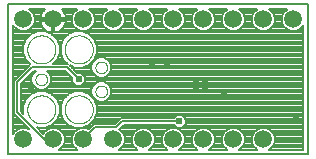
<source format=gbl>
G75*
%MOIN*%
%OFA0B0*%
%FSLAX25Y25*%
%IPPOS*%
%LPD*%
%AMOC8*
5,1,8,0,0,1.08239X$1,22.5*
%
%ADD10C,0.00500*%
%ADD11C,0.00000*%
%ADD12C,0.05906*%
%ADD13C,0.00800*%
%ADD14C,0.02400*%
D10*
X0003750Y0001400D02*
X0003750Y0051400D01*
X0103750Y0051400D01*
X0103750Y0001400D01*
X0003750Y0001400D01*
X0015750Y0006400D02*
X0006750Y0015400D01*
X0006750Y0025400D01*
X0011750Y0030400D01*
X0023250Y0030400D01*
X0027250Y0026400D01*
X0041750Y0012400D02*
X0039750Y0010400D01*
X0032750Y0010400D01*
X0028750Y0006400D01*
X0018750Y0006400D02*
X0015750Y0006400D01*
X0041750Y0012400D02*
X0060750Y0012400D01*
D11*
X0032800Y0022400D02*
X0032802Y0022488D01*
X0032808Y0022576D01*
X0032818Y0022664D01*
X0032832Y0022751D01*
X0032850Y0022837D01*
X0032871Y0022922D01*
X0032897Y0023007D01*
X0032926Y0023090D01*
X0032959Y0023172D01*
X0032996Y0023252D01*
X0033036Y0023330D01*
X0033080Y0023407D01*
X0033127Y0023481D01*
X0033178Y0023553D01*
X0033231Y0023623D01*
X0033288Y0023691D01*
X0033348Y0023755D01*
X0033411Y0023817D01*
X0033476Y0023876D01*
X0033544Y0023932D01*
X0033615Y0023985D01*
X0033687Y0024035D01*
X0033762Y0024081D01*
X0033839Y0024124D01*
X0033918Y0024164D01*
X0033999Y0024199D01*
X0034081Y0024232D01*
X0034164Y0024260D01*
X0034249Y0024285D01*
X0034335Y0024305D01*
X0034421Y0024322D01*
X0034508Y0024335D01*
X0034596Y0024344D01*
X0034684Y0024349D01*
X0034772Y0024350D01*
X0034860Y0024347D01*
X0034948Y0024340D01*
X0035035Y0024329D01*
X0035122Y0024314D01*
X0035208Y0024295D01*
X0035294Y0024273D01*
X0035378Y0024246D01*
X0035460Y0024216D01*
X0035542Y0024182D01*
X0035622Y0024144D01*
X0035699Y0024103D01*
X0035775Y0024059D01*
X0035849Y0024011D01*
X0035921Y0023959D01*
X0035990Y0023905D01*
X0036057Y0023847D01*
X0036121Y0023787D01*
X0036182Y0023723D01*
X0036241Y0023657D01*
X0036296Y0023589D01*
X0036348Y0023517D01*
X0036397Y0023444D01*
X0036442Y0023369D01*
X0036484Y0023291D01*
X0036523Y0023212D01*
X0036558Y0023131D01*
X0036589Y0023048D01*
X0036616Y0022965D01*
X0036640Y0022880D01*
X0036660Y0022794D01*
X0036676Y0022707D01*
X0036688Y0022620D01*
X0036696Y0022532D01*
X0036700Y0022444D01*
X0036700Y0022356D01*
X0036696Y0022268D01*
X0036688Y0022180D01*
X0036676Y0022093D01*
X0036660Y0022006D01*
X0036640Y0021920D01*
X0036616Y0021835D01*
X0036589Y0021752D01*
X0036558Y0021669D01*
X0036523Y0021588D01*
X0036484Y0021509D01*
X0036442Y0021431D01*
X0036397Y0021356D01*
X0036348Y0021283D01*
X0036296Y0021211D01*
X0036241Y0021143D01*
X0036182Y0021077D01*
X0036121Y0021013D01*
X0036057Y0020953D01*
X0035990Y0020895D01*
X0035921Y0020841D01*
X0035849Y0020789D01*
X0035775Y0020741D01*
X0035699Y0020697D01*
X0035622Y0020656D01*
X0035542Y0020618D01*
X0035460Y0020584D01*
X0035378Y0020554D01*
X0035294Y0020527D01*
X0035208Y0020505D01*
X0035122Y0020486D01*
X0035035Y0020471D01*
X0034948Y0020460D01*
X0034860Y0020453D01*
X0034772Y0020450D01*
X0034684Y0020451D01*
X0034596Y0020456D01*
X0034508Y0020465D01*
X0034421Y0020478D01*
X0034335Y0020495D01*
X0034249Y0020515D01*
X0034164Y0020540D01*
X0034081Y0020568D01*
X0033999Y0020601D01*
X0033918Y0020636D01*
X0033839Y0020676D01*
X0033762Y0020719D01*
X0033687Y0020765D01*
X0033615Y0020815D01*
X0033544Y0020868D01*
X0033476Y0020924D01*
X0033411Y0020983D01*
X0033348Y0021045D01*
X0033288Y0021109D01*
X0033231Y0021177D01*
X0033178Y0021247D01*
X0033127Y0021319D01*
X0033080Y0021393D01*
X0033036Y0021470D01*
X0032996Y0021548D01*
X0032959Y0021628D01*
X0032926Y0021710D01*
X0032897Y0021793D01*
X0032871Y0021878D01*
X0032850Y0021963D01*
X0032832Y0022049D01*
X0032818Y0022136D01*
X0032808Y0022224D01*
X0032802Y0022312D01*
X0032800Y0022400D01*
X0022575Y0016400D02*
X0022577Y0016537D01*
X0022583Y0016673D01*
X0022593Y0016809D01*
X0022607Y0016945D01*
X0022625Y0017081D01*
X0022647Y0017216D01*
X0022672Y0017350D01*
X0022702Y0017483D01*
X0022736Y0017615D01*
X0022773Y0017747D01*
X0022814Y0017877D01*
X0022860Y0018006D01*
X0022908Y0018134D01*
X0022961Y0018260D01*
X0023017Y0018384D01*
X0023077Y0018507D01*
X0023140Y0018628D01*
X0023207Y0018747D01*
X0023277Y0018864D01*
X0023351Y0018980D01*
X0023428Y0019092D01*
X0023508Y0019203D01*
X0023592Y0019311D01*
X0023679Y0019417D01*
X0023768Y0019520D01*
X0023861Y0019620D01*
X0023956Y0019718D01*
X0024055Y0019813D01*
X0024156Y0019905D01*
X0024260Y0019993D01*
X0024366Y0020079D01*
X0024475Y0020162D01*
X0024586Y0020241D01*
X0024699Y0020318D01*
X0024815Y0020391D01*
X0024932Y0020460D01*
X0025052Y0020526D01*
X0025173Y0020588D01*
X0025297Y0020647D01*
X0025422Y0020703D01*
X0025548Y0020754D01*
X0025676Y0020802D01*
X0025805Y0020846D01*
X0025936Y0020887D01*
X0026068Y0020923D01*
X0026200Y0020956D01*
X0026334Y0020984D01*
X0026468Y0021009D01*
X0026603Y0021030D01*
X0026739Y0021047D01*
X0026875Y0021060D01*
X0027011Y0021069D01*
X0027148Y0021074D01*
X0027284Y0021075D01*
X0027421Y0021072D01*
X0027557Y0021065D01*
X0027693Y0021054D01*
X0027829Y0021039D01*
X0027964Y0021020D01*
X0028099Y0020997D01*
X0028233Y0020970D01*
X0028366Y0020940D01*
X0028498Y0020905D01*
X0028630Y0020867D01*
X0028759Y0020825D01*
X0028888Y0020779D01*
X0029015Y0020729D01*
X0029141Y0020675D01*
X0029265Y0020618D01*
X0029388Y0020558D01*
X0029508Y0020493D01*
X0029627Y0020426D01*
X0029743Y0020355D01*
X0029858Y0020280D01*
X0029970Y0020202D01*
X0030080Y0020121D01*
X0030188Y0020037D01*
X0030293Y0019949D01*
X0030395Y0019859D01*
X0030495Y0019766D01*
X0030592Y0019669D01*
X0030686Y0019570D01*
X0030777Y0019469D01*
X0030865Y0019364D01*
X0030950Y0019257D01*
X0031032Y0019148D01*
X0031111Y0019036D01*
X0031186Y0018922D01*
X0031258Y0018806D01*
X0031327Y0018688D01*
X0031392Y0018568D01*
X0031454Y0018446D01*
X0031512Y0018322D01*
X0031566Y0018197D01*
X0031617Y0018070D01*
X0031663Y0017942D01*
X0031707Y0017812D01*
X0031746Y0017681D01*
X0031782Y0017549D01*
X0031813Y0017416D01*
X0031841Y0017283D01*
X0031865Y0017148D01*
X0031885Y0017013D01*
X0031901Y0016877D01*
X0031913Y0016741D01*
X0031921Y0016605D01*
X0031925Y0016468D01*
X0031925Y0016332D01*
X0031921Y0016195D01*
X0031913Y0016059D01*
X0031901Y0015923D01*
X0031885Y0015787D01*
X0031865Y0015652D01*
X0031841Y0015517D01*
X0031813Y0015384D01*
X0031782Y0015251D01*
X0031746Y0015119D01*
X0031707Y0014988D01*
X0031663Y0014858D01*
X0031617Y0014730D01*
X0031566Y0014603D01*
X0031512Y0014478D01*
X0031454Y0014354D01*
X0031392Y0014232D01*
X0031327Y0014112D01*
X0031258Y0013994D01*
X0031186Y0013878D01*
X0031111Y0013764D01*
X0031032Y0013652D01*
X0030950Y0013543D01*
X0030865Y0013436D01*
X0030777Y0013331D01*
X0030686Y0013230D01*
X0030592Y0013131D01*
X0030495Y0013034D01*
X0030395Y0012941D01*
X0030293Y0012851D01*
X0030188Y0012763D01*
X0030080Y0012679D01*
X0029970Y0012598D01*
X0029858Y0012520D01*
X0029743Y0012445D01*
X0029627Y0012374D01*
X0029508Y0012307D01*
X0029388Y0012242D01*
X0029265Y0012182D01*
X0029141Y0012125D01*
X0029015Y0012071D01*
X0028888Y0012021D01*
X0028759Y0011975D01*
X0028630Y0011933D01*
X0028498Y0011895D01*
X0028366Y0011860D01*
X0028233Y0011830D01*
X0028099Y0011803D01*
X0027964Y0011780D01*
X0027829Y0011761D01*
X0027693Y0011746D01*
X0027557Y0011735D01*
X0027421Y0011728D01*
X0027284Y0011725D01*
X0027148Y0011726D01*
X0027011Y0011731D01*
X0026875Y0011740D01*
X0026739Y0011753D01*
X0026603Y0011770D01*
X0026468Y0011791D01*
X0026334Y0011816D01*
X0026200Y0011844D01*
X0026068Y0011877D01*
X0025936Y0011913D01*
X0025805Y0011954D01*
X0025676Y0011998D01*
X0025548Y0012046D01*
X0025422Y0012097D01*
X0025297Y0012153D01*
X0025173Y0012212D01*
X0025052Y0012274D01*
X0024932Y0012340D01*
X0024815Y0012409D01*
X0024699Y0012482D01*
X0024586Y0012559D01*
X0024475Y0012638D01*
X0024366Y0012721D01*
X0024260Y0012807D01*
X0024156Y0012895D01*
X0024055Y0012987D01*
X0023956Y0013082D01*
X0023861Y0013180D01*
X0023768Y0013280D01*
X0023679Y0013383D01*
X0023592Y0013489D01*
X0023508Y0013597D01*
X0023428Y0013708D01*
X0023351Y0013820D01*
X0023277Y0013936D01*
X0023207Y0014053D01*
X0023140Y0014172D01*
X0023077Y0014293D01*
X0023017Y0014416D01*
X0022961Y0014540D01*
X0022908Y0014666D01*
X0022860Y0014794D01*
X0022814Y0014923D01*
X0022773Y0015053D01*
X0022736Y0015185D01*
X0022702Y0015317D01*
X0022672Y0015450D01*
X0022647Y0015584D01*
X0022625Y0015719D01*
X0022607Y0015855D01*
X0022593Y0015991D01*
X0022583Y0016127D01*
X0022577Y0016263D01*
X0022575Y0016400D01*
X0010075Y0016400D02*
X0010077Y0016537D01*
X0010083Y0016673D01*
X0010093Y0016809D01*
X0010107Y0016945D01*
X0010125Y0017081D01*
X0010147Y0017216D01*
X0010172Y0017350D01*
X0010202Y0017483D01*
X0010236Y0017615D01*
X0010273Y0017747D01*
X0010314Y0017877D01*
X0010360Y0018006D01*
X0010408Y0018134D01*
X0010461Y0018260D01*
X0010517Y0018384D01*
X0010577Y0018507D01*
X0010640Y0018628D01*
X0010707Y0018747D01*
X0010777Y0018864D01*
X0010851Y0018980D01*
X0010928Y0019092D01*
X0011008Y0019203D01*
X0011092Y0019311D01*
X0011179Y0019417D01*
X0011268Y0019520D01*
X0011361Y0019620D01*
X0011456Y0019718D01*
X0011555Y0019813D01*
X0011656Y0019905D01*
X0011760Y0019993D01*
X0011866Y0020079D01*
X0011975Y0020162D01*
X0012086Y0020241D01*
X0012199Y0020318D01*
X0012315Y0020391D01*
X0012432Y0020460D01*
X0012552Y0020526D01*
X0012673Y0020588D01*
X0012797Y0020647D01*
X0012922Y0020703D01*
X0013048Y0020754D01*
X0013176Y0020802D01*
X0013305Y0020846D01*
X0013436Y0020887D01*
X0013568Y0020923D01*
X0013700Y0020956D01*
X0013834Y0020984D01*
X0013968Y0021009D01*
X0014103Y0021030D01*
X0014239Y0021047D01*
X0014375Y0021060D01*
X0014511Y0021069D01*
X0014648Y0021074D01*
X0014784Y0021075D01*
X0014921Y0021072D01*
X0015057Y0021065D01*
X0015193Y0021054D01*
X0015329Y0021039D01*
X0015464Y0021020D01*
X0015599Y0020997D01*
X0015733Y0020970D01*
X0015866Y0020940D01*
X0015998Y0020905D01*
X0016130Y0020867D01*
X0016259Y0020825D01*
X0016388Y0020779D01*
X0016515Y0020729D01*
X0016641Y0020675D01*
X0016765Y0020618D01*
X0016888Y0020558D01*
X0017008Y0020493D01*
X0017127Y0020426D01*
X0017243Y0020355D01*
X0017358Y0020280D01*
X0017470Y0020202D01*
X0017580Y0020121D01*
X0017688Y0020037D01*
X0017793Y0019949D01*
X0017895Y0019859D01*
X0017995Y0019766D01*
X0018092Y0019669D01*
X0018186Y0019570D01*
X0018277Y0019469D01*
X0018365Y0019364D01*
X0018450Y0019257D01*
X0018532Y0019148D01*
X0018611Y0019036D01*
X0018686Y0018922D01*
X0018758Y0018806D01*
X0018827Y0018688D01*
X0018892Y0018568D01*
X0018954Y0018446D01*
X0019012Y0018322D01*
X0019066Y0018197D01*
X0019117Y0018070D01*
X0019163Y0017942D01*
X0019207Y0017812D01*
X0019246Y0017681D01*
X0019282Y0017549D01*
X0019313Y0017416D01*
X0019341Y0017283D01*
X0019365Y0017148D01*
X0019385Y0017013D01*
X0019401Y0016877D01*
X0019413Y0016741D01*
X0019421Y0016605D01*
X0019425Y0016468D01*
X0019425Y0016332D01*
X0019421Y0016195D01*
X0019413Y0016059D01*
X0019401Y0015923D01*
X0019385Y0015787D01*
X0019365Y0015652D01*
X0019341Y0015517D01*
X0019313Y0015384D01*
X0019282Y0015251D01*
X0019246Y0015119D01*
X0019207Y0014988D01*
X0019163Y0014858D01*
X0019117Y0014730D01*
X0019066Y0014603D01*
X0019012Y0014478D01*
X0018954Y0014354D01*
X0018892Y0014232D01*
X0018827Y0014112D01*
X0018758Y0013994D01*
X0018686Y0013878D01*
X0018611Y0013764D01*
X0018532Y0013652D01*
X0018450Y0013543D01*
X0018365Y0013436D01*
X0018277Y0013331D01*
X0018186Y0013230D01*
X0018092Y0013131D01*
X0017995Y0013034D01*
X0017895Y0012941D01*
X0017793Y0012851D01*
X0017688Y0012763D01*
X0017580Y0012679D01*
X0017470Y0012598D01*
X0017358Y0012520D01*
X0017243Y0012445D01*
X0017127Y0012374D01*
X0017008Y0012307D01*
X0016888Y0012242D01*
X0016765Y0012182D01*
X0016641Y0012125D01*
X0016515Y0012071D01*
X0016388Y0012021D01*
X0016259Y0011975D01*
X0016130Y0011933D01*
X0015998Y0011895D01*
X0015866Y0011860D01*
X0015733Y0011830D01*
X0015599Y0011803D01*
X0015464Y0011780D01*
X0015329Y0011761D01*
X0015193Y0011746D01*
X0015057Y0011735D01*
X0014921Y0011728D01*
X0014784Y0011725D01*
X0014648Y0011726D01*
X0014511Y0011731D01*
X0014375Y0011740D01*
X0014239Y0011753D01*
X0014103Y0011770D01*
X0013968Y0011791D01*
X0013834Y0011816D01*
X0013700Y0011844D01*
X0013568Y0011877D01*
X0013436Y0011913D01*
X0013305Y0011954D01*
X0013176Y0011998D01*
X0013048Y0012046D01*
X0012922Y0012097D01*
X0012797Y0012153D01*
X0012673Y0012212D01*
X0012552Y0012274D01*
X0012432Y0012340D01*
X0012315Y0012409D01*
X0012199Y0012482D01*
X0012086Y0012559D01*
X0011975Y0012638D01*
X0011866Y0012721D01*
X0011760Y0012807D01*
X0011656Y0012895D01*
X0011555Y0012987D01*
X0011456Y0013082D01*
X0011361Y0013180D01*
X0011268Y0013280D01*
X0011179Y0013383D01*
X0011092Y0013489D01*
X0011008Y0013597D01*
X0010928Y0013708D01*
X0010851Y0013820D01*
X0010777Y0013936D01*
X0010707Y0014053D01*
X0010640Y0014172D01*
X0010577Y0014293D01*
X0010517Y0014416D01*
X0010461Y0014540D01*
X0010408Y0014666D01*
X0010360Y0014794D01*
X0010314Y0014923D01*
X0010273Y0015053D01*
X0010236Y0015185D01*
X0010202Y0015317D01*
X0010172Y0015450D01*
X0010147Y0015584D01*
X0010125Y0015719D01*
X0010107Y0015855D01*
X0010093Y0015991D01*
X0010083Y0016127D01*
X0010077Y0016263D01*
X0010075Y0016400D01*
X0012800Y0026400D02*
X0012802Y0026488D01*
X0012808Y0026576D01*
X0012818Y0026664D01*
X0012832Y0026751D01*
X0012850Y0026837D01*
X0012871Y0026922D01*
X0012897Y0027007D01*
X0012926Y0027090D01*
X0012959Y0027172D01*
X0012996Y0027252D01*
X0013036Y0027330D01*
X0013080Y0027407D01*
X0013127Y0027481D01*
X0013178Y0027553D01*
X0013231Y0027623D01*
X0013288Y0027691D01*
X0013348Y0027755D01*
X0013411Y0027817D01*
X0013476Y0027876D01*
X0013544Y0027932D01*
X0013615Y0027985D01*
X0013687Y0028035D01*
X0013762Y0028081D01*
X0013839Y0028124D01*
X0013918Y0028164D01*
X0013999Y0028199D01*
X0014081Y0028232D01*
X0014164Y0028260D01*
X0014249Y0028285D01*
X0014335Y0028305D01*
X0014421Y0028322D01*
X0014508Y0028335D01*
X0014596Y0028344D01*
X0014684Y0028349D01*
X0014772Y0028350D01*
X0014860Y0028347D01*
X0014948Y0028340D01*
X0015035Y0028329D01*
X0015122Y0028314D01*
X0015208Y0028295D01*
X0015294Y0028273D01*
X0015378Y0028246D01*
X0015460Y0028216D01*
X0015542Y0028182D01*
X0015622Y0028144D01*
X0015699Y0028103D01*
X0015775Y0028059D01*
X0015849Y0028011D01*
X0015921Y0027959D01*
X0015990Y0027905D01*
X0016057Y0027847D01*
X0016121Y0027787D01*
X0016182Y0027723D01*
X0016241Y0027657D01*
X0016296Y0027589D01*
X0016348Y0027517D01*
X0016397Y0027444D01*
X0016442Y0027369D01*
X0016484Y0027291D01*
X0016523Y0027212D01*
X0016558Y0027131D01*
X0016589Y0027048D01*
X0016616Y0026965D01*
X0016640Y0026880D01*
X0016660Y0026794D01*
X0016676Y0026707D01*
X0016688Y0026620D01*
X0016696Y0026532D01*
X0016700Y0026444D01*
X0016700Y0026356D01*
X0016696Y0026268D01*
X0016688Y0026180D01*
X0016676Y0026093D01*
X0016660Y0026006D01*
X0016640Y0025920D01*
X0016616Y0025835D01*
X0016589Y0025752D01*
X0016558Y0025669D01*
X0016523Y0025588D01*
X0016484Y0025509D01*
X0016442Y0025431D01*
X0016397Y0025356D01*
X0016348Y0025283D01*
X0016296Y0025211D01*
X0016241Y0025143D01*
X0016182Y0025077D01*
X0016121Y0025013D01*
X0016057Y0024953D01*
X0015990Y0024895D01*
X0015921Y0024841D01*
X0015849Y0024789D01*
X0015775Y0024741D01*
X0015699Y0024697D01*
X0015622Y0024656D01*
X0015542Y0024618D01*
X0015460Y0024584D01*
X0015378Y0024554D01*
X0015294Y0024527D01*
X0015208Y0024505D01*
X0015122Y0024486D01*
X0015035Y0024471D01*
X0014948Y0024460D01*
X0014860Y0024453D01*
X0014772Y0024450D01*
X0014684Y0024451D01*
X0014596Y0024456D01*
X0014508Y0024465D01*
X0014421Y0024478D01*
X0014335Y0024495D01*
X0014249Y0024515D01*
X0014164Y0024540D01*
X0014081Y0024568D01*
X0013999Y0024601D01*
X0013918Y0024636D01*
X0013839Y0024676D01*
X0013762Y0024719D01*
X0013687Y0024765D01*
X0013615Y0024815D01*
X0013544Y0024868D01*
X0013476Y0024924D01*
X0013411Y0024983D01*
X0013348Y0025045D01*
X0013288Y0025109D01*
X0013231Y0025177D01*
X0013178Y0025247D01*
X0013127Y0025319D01*
X0013080Y0025393D01*
X0013036Y0025470D01*
X0012996Y0025548D01*
X0012959Y0025628D01*
X0012926Y0025710D01*
X0012897Y0025793D01*
X0012871Y0025878D01*
X0012850Y0025963D01*
X0012832Y0026049D01*
X0012818Y0026136D01*
X0012808Y0026224D01*
X0012802Y0026312D01*
X0012800Y0026400D01*
X0010075Y0036400D02*
X0010077Y0036537D01*
X0010083Y0036673D01*
X0010093Y0036809D01*
X0010107Y0036945D01*
X0010125Y0037081D01*
X0010147Y0037216D01*
X0010172Y0037350D01*
X0010202Y0037483D01*
X0010236Y0037615D01*
X0010273Y0037747D01*
X0010314Y0037877D01*
X0010360Y0038006D01*
X0010408Y0038134D01*
X0010461Y0038260D01*
X0010517Y0038384D01*
X0010577Y0038507D01*
X0010640Y0038628D01*
X0010707Y0038747D01*
X0010777Y0038864D01*
X0010851Y0038980D01*
X0010928Y0039092D01*
X0011008Y0039203D01*
X0011092Y0039311D01*
X0011179Y0039417D01*
X0011268Y0039520D01*
X0011361Y0039620D01*
X0011456Y0039718D01*
X0011555Y0039813D01*
X0011656Y0039905D01*
X0011760Y0039993D01*
X0011866Y0040079D01*
X0011975Y0040162D01*
X0012086Y0040241D01*
X0012199Y0040318D01*
X0012315Y0040391D01*
X0012432Y0040460D01*
X0012552Y0040526D01*
X0012673Y0040588D01*
X0012797Y0040647D01*
X0012922Y0040703D01*
X0013048Y0040754D01*
X0013176Y0040802D01*
X0013305Y0040846D01*
X0013436Y0040887D01*
X0013568Y0040923D01*
X0013700Y0040956D01*
X0013834Y0040984D01*
X0013968Y0041009D01*
X0014103Y0041030D01*
X0014239Y0041047D01*
X0014375Y0041060D01*
X0014511Y0041069D01*
X0014648Y0041074D01*
X0014784Y0041075D01*
X0014921Y0041072D01*
X0015057Y0041065D01*
X0015193Y0041054D01*
X0015329Y0041039D01*
X0015464Y0041020D01*
X0015599Y0040997D01*
X0015733Y0040970D01*
X0015866Y0040940D01*
X0015998Y0040905D01*
X0016130Y0040867D01*
X0016259Y0040825D01*
X0016388Y0040779D01*
X0016515Y0040729D01*
X0016641Y0040675D01*
X0016765Y0040618D01*
X0016888Y0040558D01*
X0017008Y0040493D01*
X0017127Y0040426D01*
X0017243Y0040355D01*
X0017358Y0040280D01*
X0017470Y0040202D01*
X0017580Y0040121D01*
X0017688Y0040037D01*
X0017793Y0039949D01*
X0017895Y0039859D01*
X0017995Y0039766D01*
X0018092Y0039669D01*
X0018186Y0039570D01*
X0018277Y0039469D01*
X0018365Y0039364D01*
X0018450Y0039257D01*
X0018532Y0039148D01*
X0018611Y0039036D01*
X0018686Y0038922D01*
X0018758Y0038806D01*
X0018827Y0038688D01*
X0018892Y0038568D01*
X0018954Y0038446D01*
X0019012Y0038322D01*
X0019066Y0038197D01*
X0019117Y0038070D01*
X0019163Y0037942D01*
X0019207Y0037812D01*
X0019246Y0037681D01*
X0019282Y0037549D01*
X0019313Y0037416D01*
X0019341Y0037283D01*
X0019365Y0037148D01*
X0019385Y0037013D01*
X0019401Y0036877D01*
X0019413Y0036741D01*
X0019421Y0036605D01*
X0019425Y0036468D01*
X0019425Y0036332D01*
X0019421Y0036195D01*
X0019413Y0036059D01*
X0019401Y0035923D01*
X0019385Y0035787D01*
X0019365Y0035652D01*
X0019341Y0035517D01*
X0019313Y0035384D01*
X0019282Y0035251D01*
X0019246Y0035119D01*
X0019207Y0034988D01*
X0019163Y0034858D01*
X0019117Y0034730D01*
X0019066Y0034603D01*
X0019012Y0034478D01*
X0018954Y0034354D01*
X0018892Y0034232D01*
X0018827Y0034112D01*
X0018758Y0033994D01*
X0018686Y0033878D01*
X0018611Y0033764D01*
X0018532Y0033652D01*
X0018450Y0033543D01*
X0018365Y0033436D01*
X0018277Y0033331D01*
X0018186Y0033230D01*
X0018092Y0033131D01*
X0017995Y0033034D01*
X0017895Y0032941D01*
X0017793Y0032851D01*
X0017688Y0032763D01*
X0017580Y0032679D01*
X0017470Y0032598D01*
X0017358Y0032520D01*
X0017243Y0032445D01*
X0017127Y0032374D01*
X0017008Y0032307D01*
X0016888Y0032242D01*
X0016765Y0032182D01*
X0016641Y0032125D01*
X0016515Y0032071D01*
X0016388Y0032021D01*
X0016259Y0031975D01*
X0016130Y0031933D01*
X0015998Y0031895D01*
X0015866Y0031860D01*
X0015733Y0031830D01*
X0015599Y0031803D01*
X0015464Y0031780D01*
X0015329Y0031761D01*
X0015193Y0031746D01*
X0015057Y0031735D01*
X0014921Y0031728D01*
X0014784Y0031725D01*
X0014648Y0031726D01*
X0014511Y0031731D01*
X0014375Y0031740D01*
X0014239Y0031753D01*
X0014103Y0031770D01*
X0013968Y0031791D01*
X0013834Y0031816D01*
X0013700Y0031844D01*
X0013568Y0031877D01*
X0013436Y0031913D01*
X0013305Y0031954D01*
X0013176Y0031998D01*
X0013048Y0032046D01*
X0012922Y0032097D01*
X0012797Y0032153D01*
X0012673Y0032212D01*
X0012552Y0032274D01*
X0012432Y0032340D01*
X0012315Y0032409D01*
X0012199Y0032482D01*
X0012086Y0032559D01*
X0011975Y0032638D01*
X0011866Y0032721D01*
X0011760Y0032807D01*
X0011656Y0032895D01*
X0011555Y0032987D01*
X0011456Y0033082D01*
X0011361Y0033180D01*
X0011268Y0033280D01*
X0011179Y0033383D01*
X0011092Y0033489D01*
X0011008Y0033597D01*
X0010928Y0033708D01*
X0010851Y0033820D01*
X0010777Y0033936D01*
X0010707Y0034053D01*
X0010640Y0034172D01*
X0010577Y0034293D01*
X0010517Y0034416D01*
X0010461Y0034540D01*
X0010408Y0034666D01*
X0010360Y0034794D01*
X0010314Y0034923D01*
X0010273Y0035053D01*
X0010236Y0035185D01*
X0010202Y0035317D01*
X0010172Y0035450D01*
X0010147Y0035584D01*
X0010125Y0035719D01*
X0010107Y0035855D01*
X0010093Y0035991D01*
X0010083Y0036127D01*
X0010077Y0036263D01*
X0010075Y0036400D01*
X0022575Y0036400D02*
X0022577Y0036537D01*
X0022583Y0036673D01*
X0022593Y0036809D01*
X0022607Y0036945D01*
X0022625Y0037081D01*
X0022647Y0037216D01*
X0022672Y0037350D01*
X0022702Y0037483D01*
X0022736Y0037615D01*
X0022773Y0037747D01*
X0022814Y0037877D01*
X0022860Y0038006D01*
X0022908Y0038134D01*
X0022961Y0038260D01*
X0023017Y0038384D01*
X0023077Y0038507D01*
X0023140Y0038628D01*
X0023207Y0038747D01*
X0023277Y0038864D01*
X0023351Y0038980D01*
X0023428Y0039092D01*
X0023508Y0039203D01*
X0023592Y0039311D01*
X0023679Y0039417D01*
X0023768Y0039520D01*
X0023861Y0039620D01*
X0023956Y0039718D01*
X0024055Y0039813D01*
X0024156Y0039905D01*
X0024260Y0039993D01*
X0024366Y0040079D01*
X0024475Y0040162D01*
X0024586Y0040241D01*
X0024699Y0040318D01*
X0024815Y0040391D01*
X0024932Y0040460D01*
X0025052Y0040526D01*
X0025173Y0040588D01*
X0025297Y0040647D01*
X0025422Y0040703D01*
X0025548Y0040754D01*
X0025676Y0040802D01*
X0025805Y0040846D01*
X0025936Y0040887D01*
X0026068Y0040923D01*
X0026200Y0040956D01*
X0026334Y0040984D01*
X0026468Y0041009D01*
X0026603Y0041030D01*
X0026739Y0041047D01*
X0026875Y0041060D01*
X0027011Y0041069D01*
X0027148Y0041074D01*
X0027284Y0041075D01*
X0027421Y0041072D01*
X0027557Y0041065D01*
X0027693Y0041054D01*
X0027829Y0041039D01*
X0027964Y0041020D01*
X0028099Y0040997D01*
X0028233Y0040970D01*
X0028366Y0040940D01*
X0028498Y0040905D01*
X0028630Y0040867D01*
X0028759Y0040825D01*
X0028888Y0040779D01*
X0029015Y0040729D01*
X0029141Y0040675D01*
X0029265Y0040618D01*
X0029388Y0040558D01*
X0029508Y0040493D01*
X0029627Y0040426D01*
X0029743Y0040355D01*
X0029858Y0040280D01*
X0029970Y0040202D01*
X0030080Y0040121D01*
X0030188Y0040037D01*
X0030293Y0039949D01*
X0030395Y0039859D01*
X0030495Y0039766D01*
X0030592Y0039669D01*
X0030686Y0039570D01*
X0030777Y0039469D01*
X0030865Y0039364D01*
X0030950Y0039257D01*
X0031032Y0039148D01*
X0031111Y0039036D01*
X0031186Y0038922D01*
X0031258Y0038806D01*
X0031327Y0038688D01*
X0031392Y0038568D01*
X0031454Y0038446D01*
X0031512Y0038322D01*
X0031566Y0038197D01*
X0031617Y0038070D01*
X0031663Y0037942D01*
X0031707Y0037812D01*
X0031746Y0037681D01*
X0031782Y0037549D01*
X0031813Y0037416D01*
X0031841Y0037283D01*
X0031865Y0037148D01*
X0031885Y0037013D01*
X0031901Y0036877D01*
X0031913Y0036741D01*
X0031921Y0036605D01*
X0031925Y0036468D01*
X0031925Y0036332D01*
X0031921Y0036195D01*
X0031913Y0036059D01*
X0031901Y0035923D01*
X0031885Y0035787D01*
X0031865Y0035652D01*
X0031841Y0035517D01*
X0031813Y0035384D01*
X0031782Y0035251D01*
X0031746Y0035119D01*
X0031707Y0034988D01*
X0031663Y0034858D01*
X0031617Y0034730D01*
X0031566Y0034603D01*
X0031512Y0034478D01*
X0031454Y0034354D01*
X0031392Y0034232D01*
X0031327Y0034112D01*
X0031258Y0033994D01*
X0031186Y0033878D01*
X0031111Y0033764D01*
X0031032Y0033652D01*
X0030950Y0033543D01*
X0030865Y0033436D01*
X0030777Y0033331D01*
X0030686Y0033230D01*
X0030592Y0033131D01*
X0030495Y0033034D01*
X0030395Y0032941D01*
X0030293Y0032851D01*
X0030188Y0032763D01*
X0030080Y0032679D01*
X0029970Y0032598D01*
X0029858Y0032520D01*
X0029743Y0032445D01*
X0029627Y0032374D01*
X0029508Y0032307D01*
X0029388Y0032242D01*
X0029265Y0032182D01*
X0029141Y0032125D01*
X0029015Y0032071D01*
X0028888Y0032021D01*
X0028759Y0031975D01*
X0028630Y0031933D01*
X0028498Y0031895D01*
X0028366Y0031860D01*
X0028233Y0031830D01*
X0028099Y0031803D01*
X0027964Y0031780D01*
X0027829Y0031761D01*
X0027693Y0031746D01*
X0027557Y0031735D01*
X0027421Y0031728D01*
X0027284Y0031725D01*
X0027148Y0031726D01*
X0027011Y0031731D01*
X0026875Y0031740D01*
X0026739Y0031753D01*
X0026603Y0031770D01*
X0026468Y0031791D01*
X0026334Y0031816D01*
X0026200Y0031844D01*
X0026068Y0031877D01*
X0025936Y0031913D01*
X0025805Y0031954D01*
X0025676Y0031998D01*
X0025548Y0032046D01*
X0025422Y0032097D01*
X0025297Y0032153D01*
X0025173Y0032212D01*
X0025052Y0032274D01*
X0024932Y0032340D01*
X0024815Y0032409D01*
X0024699Y0032482D01*
X0024586Y0032559D01*
X0024475Y0032638D01*
X0024366Y0032721D01*
X0024260Y0032807D01*
X0024156Y0032895D01*
X0024055Y0032987D01*
X0023956Y0033082D01*
X0023861Y0033180D01*
X0023768Y0033280D01*
X0023679Y0033383D01*
X0023592Y0033489D01*
X0023508Y0033597D01*
X0023428Y0033708D01*
X0023351Y0033820D01*
X0023277Y0033936D01*
X0023207Y0034053D01*
X0023140Y0034172D01*
X0023077Y0034293D01*
X0023017Y0034416D01*
X0022961Y0034540D01*
X0022908Y0034666D01*
X0022860Y0034794D01*
X0022814Y0034923D01*
X0022773Y0035053D01*
X0022736Y0035185D01*
X0022702Y0035317D01*
X0022672Y0035450D01*
X0022647Y0035584D01*
X0022625Y0035719D01*
X0022607Y0035855D01*
X0022593Y0035991D01*
X0022583Y0036127D01*
X0022577Y0036263D01*
X0022575Y0036400D01*
X0032800Y0030400D02*
X0032802Y0030488D01*
X0032808Y0030576D01*
X0032818Y0030664D01*
X0032832Y0030751D01*
X0032850Y0030837D01*
X0032871Y0030922D01*
X0032897Y0031007D01*
X0032926Y0031090D01*
X0032959Y0031172D01*
X0032996Y0031252D01*
X0033036Y0031330D01*
X0033080Y0031407D01*
X0033127Y0031481D01*
X0033178Y0031553D01*
X0033231Y0031623D01*
X0033288Y0031691D01*
X0033348Y0031755D01*
X0033411Y0031817D01*
X0033476Y0031876D01*
X0033544Y0031932D01*
X0033615Y0031985D01*
X0033687Y0032035D01*
X0033762Y0032081D01*
X0033839Y0032124D01*
X0033918Y0032164D01*
X0033999Y0032199D01*
X0034081Y0032232D01*
X0034164Y0032260D01*
X0034249Y0032285D01*
X0034335Y0032305D01*
X0034421Y0032322D01*
X0034508Y0032335D01*
X0034596Y0032344D01*
X0034684Y0032349D01*
X0034772Y0032350D01*
X0034860Y0032347D01*
X0034948Y0032340D01*
X0035035Y0032329D01*
X0035122Y0032314D01*
X0035208Y0032295D01*
X0035294Y0032273D01*
X0035378Y0032246D01*
X0035460Y0032216D01*
X0035542Y0032182D01*
X0035622Y0032144D01*
X0035699Y0032103D01*
X0035775Y0032059D01*
X0035849Y0032011D01*
X0035921Y0031959D01*
X0035990Y0031905D01*
X0036057Y0031847D01*
X0036121Y0031787D01*
X0036182Y0031723D01*
X0036241Y0031657D01*
X0036296Y0031589D01*
X0036348Y0031517D01*
X0036397Y0031444D01*
X0036442Y0031369D01*
X0036484Y0031291D01*
X0036523Y0031212D01*
X0036558Y0031131D01*
X0036589Y0031048D01*
X0036616Y0030965D01*
X0036640Y0030880D01*
X0036660Y0030794D01*
X0036676Y0030707D01*
X0036688Y0030620D01*
X0036696Y0030532D01*
X0036700Y0030444D01*
X0036700Y0030356D01*
X0036696Y0030268D01*
X0036688Y0030180D01*
X0036676Y0030093D01*
X0036660Y0030006D01*
X0036640Y0029920D01*
X0036616Y0029835D01*
X0036589Y0029752D01*
X0036558Y0029669D01*
X0036523Y0029588D01*
X0036484Y0029509D01*
X0036442Y0029431D01*
X0036397Y0029356D01*
X0036348Y0029283D01*
X0036296Y0029211D01*
X0036241Y0029143D01*
X0036182Y0029077D01*
X0036121Y0029013D01*
X0036057Y0028953D01*
X0035990Y0028895D01*
X0035921Y0028841D01*
X0035849Y0028789D01*
X0035775Y0028741D01*
X0035699Y0028697D01*
X0035622Y0028656D01*
X0035542Y0028618D01*
X0035460Y0028584D01*
X0035378Y0028554D01*
X0035294Y0028527D01*
X0035208Y0028505D01*
X0035122Y0028486D01*
X0035035Y0028471D01*
X0034948Y0028460D01*
X0034860Y0028453D01*
X0034772Y0028450D01*
X0034684Y0028451D01*
X0034596Y0028456D01*
X0034508Y0028465D01*
X0034421Y0028478D01*
X0034335Y0028495D01*
X0034249Y0028515D01*
X0034164Y0028540D01*
X0034081Y0028568D01*
X0033999Y0028601D01*
X0033918Y0028636D01*
X0033839Y0028676D01*
X0033762Y0028719D01*
X0033687Y0028765D01*
X0033615Y0028815D01*
X0033544Y0028868D01*
X0033476Y0028924D01*
X0033411Y0028983D01*
X0033348Y0029045D01*
X0033288Y0029109D01*
X0033231Y0029177D01*
X0033178Y0029247D01*
X0033127Y0029319D01*
X0033080Y0029393D01*
X0033036Y0029470D01*
X0032996Y0029548D01*
X0032959Y0029628D01*
X0032926Y0029710D01*
X0032897Y0029793D01*
X0032871Y0029878D01*
X0032850Y0029963D01*
X0032832Y0030049D01*
X0032818Y0030136D01*
X0032808Y0030224D01*
X0032802Y0030312D01*
X0032800Y0030400D01*
D12*
X0028750Y0046400D03*
X0038750Y0046400D03*
X0048750Y0046400D03*
X0058750Y0046400D03*
X0068750Y0046400D03*
X0078750Y0046400D03*
X0088750Y0046400D03*
X0098750Y0046400D03*
X0088750Y0006400D03*
X0078750Y0006400D03*
X0068750Y0006400D03*
X0058750Y0006400D03*
X0048750Y0006400D03*
X0038750Y0006400D03*
X0028750Y0006400D03*
X0018750Y0006400D03*
X0008750Y0006400D03*
X0008750Y0046400D03*
X0018750Y0046400D03*
D13*
X0019150Y0046117D02*
X0024897Y0046117D01*
X0024897Y0045634D02*
X0025484Y0044218D01*
X0026568Y0043134D01*
X0027984Y0042547D01*
X0029516Y0042547D01*
X0030932Y0043134D01*
X0032016Y0044218D01*
X0032603Y0045634D01*
X0032603Y0047166D01*
X0032016Y0048582D01*
X0030932Y0049666D01*
X0030730Y0049750D01*
X0036770Y0049750D01*
X0036568Y0049666D01*
X0035484Y0048582D01*
X0034897Y0047166D01*
X0034897Y0045634D01*
X0035484Y0044218D01*
X0036568Y0043134D01*
X0037984Y0042547D01*
X0039516Y0042547D01*
X0040932Y0043134D01*
X0042016Y0044218D01*
X0042603Y0045634D01*
X0042603Y0047166D01*
X0042016Y0048582D01*
X0040932Y0049666D01*
X0040730Y0049750D01*
X0046770Y0049750D01*
X0046568Y0049666D01*
X0045484Y0048582D01*
X0044897Y0047166D01*
X0044897Y0045634D01*
X0045484Y0044218D01*
X0046568Y0043134D01*
X0047984Y0042547D01*
X0049516Y0042547D01*
X0050932Y0043134D01*
X0052016Y0044218D01*
X0052603Y0045634D01*
X0052603Y0047166D01*
X0052016Y0048582D01*
X0050932Y0049666D01*
X0050730Y0049750D01*
X0056770Y0049750D01*
X0056568Y0049666D01*
X0055484Y0048582D01*
X0054897Y0047166D01*
X0054897Y0045634D01*
X0055484Y0044218D01*
X0056568Y0043134D01*
X0057984Y0042547D01*
X0059516Y0042547D01*
X0060932Y0043134D01*
X0062016Y0044218D01*
X0062603Y0045634D01*
X0062603Y0047166D01*
X0062016Y0048582D01*
X0060932Y0049666D01*
X0060730Y0049750D01*
X0066770Y0049750D01*
X0066568Y0049666D01*
X0065484Y0048582D01*
X0064897Y0047166D01*
X0064897Y0045634D01*
X0065484Y0044218D01*
X0066568Y0043134D01*
X0067984Y0042547D01*
X0069516Y0042547D01*
X0070932Y0043134D01*
X0072016Y0044218D01*
X0072603Y0045634D01*
X0072603Y0047166D01*
X0072016Y0048582D01*
X0070932Y0049666D01*
X0070730Y0049750D01*
X0076770Y0049750D01*
X0076568Y0049666D01*
X0075484Y0048582D01*
X0074897Y0047166D01*
X0074897Y0045634D01*
X0075484Y0044218D01*
X0076568Y0043134D01*
X0077984Y0042547D01*
X0079516Y0042547D01*
X0080932Y0043134D01*
X0082016Y0044218D01*
X0082603Y0045634D01*
X0082603Y0047166D01*
X0082016Y0048582D01*
X0080932Y0049666D01*
X0080730Y0049750D01*
X0086770Y0049750D01*
X0086568Y0049666D01*
X0085484Y0048582D01*
X0084897Y0047166D01*
X0084897Y0045634D01*
X0085484Y0044218D01*
X0086568Y0043134D01*
X0087984Y0042547D01*
X0089516Y0042547D01*
X0090932Y0043134D01*
X0092016Y0044218D01*
X0092603Y0045634D01*
X0092603Y0047166D01*
X0092016Y0048582D01*
X0090932Y0049666D01*
X0090730Y0049750D01*
X0096770Y0049750D01*
X0096568Y0049666D01*
X0095484Y0048582D01*
X0094897Y0047166D01*
X0094897Y0045634D01*
X0095484Y0044218D01*
X0096568Y0043134D01*
X0097984Y0042547D01*
X0099516Y0042547D01*
X0100932Y0043134D01*
X0102016Y0044218D01*
X0102100Y0044420D01*
X0102100Y0003050D01*
X0090730Y0003050D01*
X0090932Y0003134D01*
X0092016Y0004218D01*
X0092603Y0005634D01*
X0092603Y0007166D01*
X0092016Y0008582D01*
X0090932Y0009666D01*
X0089516Y0010253D01*
X0087984Y0010253D01*
X0086568Y0009666D01*
X0085484Y0008582D01*
X0084897Y0007166D01*
X0084897Y0005634D01*
X0085484Y0004218D01*
X0086568Y0003134D01*
X0086770Y0003050D01*
X0080730Y0003050D01*
X0080932Y0003134D01*
X0082016Y0004218D01*
X0082603Y0005634D01*
X0082603Y0007166D01*
X0082016Y0008582D01*
X0080932Y0009666D01*
X0079516Y0010253D01*
X0077984Y0010253D01*
X0076568Y0009666D01*
X0075484Y0008582D01*
X0074897Y0007166D01*
X0074897Y0005634D01*
X0075484Y0004218D01*
X0076568Y0003134D01*
X0076770Y0003050D01*
X0070730Y0003050D01*
X0070932Y0003134D01*
X0072016Y0004218D01*
X0072603Y0005634D01*
X0072603Y0007166D01*
X0072016Y0008582D01*
X0070932Y0009666D01*
X0069516Y0010253D01*
X0067984Y0010253D01*
X0066568Y0009666D01*
X0065484Y0008582D01*
X0064897Y0007166D01*
X0064897Y0005634D01*
X0065484Y0004218D01*
X0066568Y0003134D01*
X0066770Y0003050D01*
X0060730Y0003050D01*
X0060932Y0003134D01*
X0062016Y0004218D01*
X0062603Y0005634D01*
X0062603Y0007166D01*
X0062016Y0008582D01*
X0060932Y0009666D01*
X0059516Y0010253D01*
X0057984Y0010253D01*
X0056568Y0009666D01*
X0055484Y0008582D01*
X0054897Y0007166D01*
X0054897Y0005634D01*
X0055484Y0004218D01*
X0056568Y0003134D01*
X0056770Y0003050D01*
X0050730Y0003050D01*
X0050932Y0003134D01*
X0052016Y0004218D01*
X0052603Y0005634D01*
X0052603Y0007166D01*
X0052016Y0008582D01*
X0050932Y0009666D01*
X0049516Y0010253D01*
X0047984Y0010253D01*
X0046568Y0009666D01*
X0045484Y0008582D01*
X0044897Y0007166D01*
X0044897Y0005634D01*
X0045484Y0004218D01*
X0046568Y0003134D01*
X0046770Y0003050D01*
X0040730Y0003050D01*
X0040932Y0003134D01*
X0042016Y0004218D01*
X0042603Y0005634D01*
X0042603Y0007166D01*
X0042016Y0008582D01*
X0040932Y0009666D01*
X0040727Y0009751D01*
X0040900Y0009924D01*
X0042226Y0011250D01*
X0058930Y0011250D01*
X0059880Y0010300D01*
X0061620Y0010300D01*
X0062850Y0011530D01*
X0062850Y0013270D01*
X0061620Y0014500D01*
X0059880Y0014500D01*
X0058930Y0013550D01*
X0041274Y0013550D01*
X0039274Y0011550D01*
X0032274Y0011550D01*
X0030549Y0009825D01*
X0029516Y0010253D01*
X0027984Y0010253D01*
X0026568Y0009666D01*
X0025484Y0008582D01*
X0024897Y0007166D01*
X0024897Y0005634D01*
X0025484Y0004218D01*
X0026568Y0003134D01*
X0026770Y0003050D01*
X0020730Y0003050D01*
X0020932Y0003134D01*
X0022016Y0004218D01*
X0022603Y0005634D01*
X0022603Y0007166D01*
X0022016Y0008582D01*
X0020932Y0009666D01*
X0019516Y0010253D01*
X0017984Y0010253D01*
X0016568Y0009666D01*
X0015484Y0008582D01*
X0015399Y0008377D01*
X0013388Y0010388D01*
X0013542Y0010325D01*
X0015958Y0010325D01*
X0018191Y0011250D01*
X0019900Y0012959D01*
X0020825Y0015192D01*
X0020825Y0017608D01*
X0019900Y0019841D01*
X0018191Y0021550D01*
X0015958Y0022475D01*
X0013542Y0022475D01*
X0011309Y0021550D01*
X0009600Y0019841D01*
X0008675Y0017608D01*
X0008675Y0015192D01*
X0008738Y0015038D01*
X0007900Y0015876D01*
X0007900Y0024924D01*
X0012226Y0029250D01*
X0012877Y0029250D01*
X0012852Y0029240D01*
X0011910Y0028298D01*
X0011400Y0027066D01*
X0011400Y0025734D01*
X0011910Y0024502D01*
X0012852Y0023560D01*
X0014084Y0023050D01*
X0015416Y0023050D01*
X0016648Y0023560D01*
X0017590Y0024502D01*
X0018100Y0025734D01*
X0018100Y0027066D01*
X0017590Y0028298D01*
X0016648Y0029240D01*
X0016623Y0029250D01*
X0022774Y0029250D01*
X0025150Y0026874D01*
X0025150Y0025530D01*
X0026380Y0024300D01*
X0028120Y0024300D01*
X0029350Y0025530D01*
X0029350Y0027270D01*
X0028120Y0028500D01*
X0026776Y0028500D01*
X0024181Y0031096D01*
X0026042Y0030325D01*
X0028458Y0030325D01*
X0030691Y0031250D01*
X0032400Y0032959D01*
X0033325Y0035192D01*
X0033325Y0037608D01*
X0032400Y0039841D01*
X0030691Y0041550D01*
X0028458Y0042475D01*
X0026042Y0042475D01*
X0023809Y0041550D01*
X0022100Y0039841D01*
X0021175Y0037608D01*
X0021175Y0035192D01*
X0022100Y0032959D01*
X0023508Y0031550D01*
X0018492Y0031550D01*
X0019900Y0032959D01*
X0020825Y0035192D01*
X0020825Y0037608D01*
X0019900Y0039841D01*
X0018191Y0041550D01*
X0015958Y0042475D01*
X0013542Y0042475D01*
X0011309Y0041550D01*
X0009600Y0039841D01*
X0008675Y0037608D01*
X0008675Y0035192D01*
X0009600Y0032959D01*
X0011141Y0031417D01*
X0010600Y0030876D01*
X0006274Y0026550D01*
X0006274Y0026550D01*
X0005600Y0025876D01*
X0005600Y0014924D01*
X0006274Y0014250D01*
X0010804Y0009719D01*
X0009516Y0010253D01*
X0007984Y0010253D01*
X0006568Y0009666D01*
X0005484Y0008582D01*
X0005400Y0008380D01*
X0005400Y0044420D01*
X0005484Y0044218D01*
X0006568Y0043134D01*
X0007984Y0042547D01*
X0009516Y0042547D01*
X0010932Y0043134D01*
X0012016Y0044218D01*
X0012603Y0045634D01*
X0012603Y0047166D01*
X0012016Y0048582D01*
X0010932Y0049666D01*
X0010730Y0049750D01*
X0015956Y0049750D01*
X0015914Y0049720D01*
X0015430Y0049236D01*
X0015027Y0048681D01*
X0014716Y0048071D01*
X0014504Y0047419D01*
X0014406Y0046800D01*
X0018350Y0046800D01*
X0018350Y0046000D01*
X0019150Y0046000D01*
X0019150Y0046800D01*
X0023094Y0046800D01*
X0022996Y0047419D01*
X0022784Y0048071D01*
X0022473Y0048681D01*
X0022070Y0049236D01*
X0021586Y0049720D01*
X0021544Y0049750D01*
X0026770Y0049750D01*
X0026568Y0049666D01*
X0025484Y0048582D01*
X0024897Y0047166D01*
X0024897Y0045634D01*
X0025028Y0045318D02*
X0022975Y0045318D01*
X0022996Y0045381D02*
X0023094Y0046000D01*
X0019150Y0046000D01*
X0019150Y0042056D01*
X0019769Y0042154D01*
X0020421Y0042366D01*
X0021031Y0042677D01*
X0021586Y0043080D01*
X0022070Y0043564D01*
X0022473Y0044119D01*
X0022784Y0044729D01*
X0022996Y0045381D01*
X0022677Y0044520D02*
X0025359Y0044520D01*
X0025980Y0043721D02*
X0022184Y0043721D01*
X0021369Y0042923D02*
X0027077Y0042923D01*
X0025194Y0042124D02*
X0019578Y0042124D01*
X0019150Y0042124D02*
X0018350Y0042124D01*
X0018350Y0042056D02*
X0018350Y0046000D01*
X0014406Y0046000D01*
X0014504Y0045381D01*
X0014716Y0044729D01*
X0015027Y0044119D01*
X0015430Y0043564D01*
X0015914Y0043080D01*
X0016469Y0042677D01*
X0017079Y0042366D01*
X0017731Y0042154D01*
X0018350Y0042056D01*
X0017922Y0042124D02*
X0016806Y0042124D01*
X0016131Y0042923D02*
X0010423Y0042923D01*
X0011520Y0043721D02*
X0015316Y0043721D01*
X0014823Y0044520D02*
X0012141Y0044520D01*
X0012472Y0045318D02*
X0014525Y0045318D01*
X0012603Y0046117D02*
X0018350Y0046117D01*
X0018350Y0045318D02*
X0019150Y0045318D01*
X0019150Y0044520D02*
X0018350Y0044520D01*
X0018350Y0043721D02*
X0019150Y0043721D01*
X0019150Y0042923D02*
X0018350Y0042923D01*
X0018416Y0041326D02*
X0023584Y0041326D01*
X0022785Y0040527D02*
X0019215Y0040527D01*
X0019947Y0039729D02*
X0022053Y0039729D01*
X0021722Y0038930D02*
X0020278Y0038930D01*
X0020609Y0038132D02*
X0021391Y0038132D01*
X0021175Y0037333D02*
X0020825Y0037333D01*
X0020825Y0036534D02*
X0021175Y0036534D01*
X0021175Y0035736D02*
X0020825Y0035736D01*
X0020720Y0034937D02*
X0021280Y0034937D01*
X0021611Y0034139D02*
X0020389Y0034139D01*
X0020058Y0033340D02*
X0021942Y0033340D01*
X0022516Y0032542D02*
X0019484Y0032542D01*
X0018685Y0031743D02*
X0023315Y0031743D01*
X0024331Y0030945D02*
X0024544Y0030945D01*
X0025130Y0030146D02*
X0031400Y0030146D01*
X0031400Y0029734D02*
X0031910Y0028502D01*
X0032852Y0027560D01*
X0034084Y0027050D01*
X0035416Y0027050D01*
X0036648Y0027560D01*
X0037590Y0028502D01*
X0038100Y0029734D01*
X0038100Y0031066D01*
X0037590Y0032298D01*
X0036648Y0033240D01*
X0035416Y0033750D01*
X0034084Y0033750D01*
X0032852Y0033240D01*
X0031910Y0032298D01*
X0031400Y0031066D01*
X0031400Y0029734D01*
X0031560Y0029348D02*
X0025928Y0029348D01*
X0026727Y0028549D02*
X0031891Y0028549D01*
X0032662Y0027751D02*
X0028869Y0027751D01*
X0029350Y0026952D02*
X0102100Y0026952D01*
X0102100Y0027751D02*
X0036838Y0027751D01*
X0037609Y0028549D02*
X0102100Y0028549D01*
X0102100Y0029348D02*
X0037940Y0029348D01*
X0038100Y0030146D02*
X0102100Y0030146D01*
X0102100Y0030945D02*
X0038100Y0030945D01*
X0037820Y0031743D02*
X0102100Y0031743D01*
X0102100Y0032542D02*
X0037346Y0032542D01*
X0036405Y0033340D02*
X0102100Y0033340D01*
X0102100Y0034139D02*
X0032889Y0034139D01*
X0033095Y0033340D02*
X0032558Y0033340D01*
X0032154Y0032542D02*
X0031984Y0032542D01*
X0031680Y0031743D02*
X0031185Y0031743D01*
X0031400Y0030945D02*
X0029956Y0030945D01*
X0024273Y0027751D02*
X0017816Y0027751D01*
X0018100Y0026952D02*
X0025071Y0026952D01*
X0025150Y0026154D02*
X0018100Y0026154D01*
X0017943Y0025355D02*
X0025325Y0025355D01*
X0026123Y0024557D02*
X0017613Y0024557D01*
X0016846Y0023758D02*
X0031687Y0023758D01*
X0031910Y0024298D02*
X0031400Y0023066D01*
X0031400Y0021734D01*
X0031910Y0020502D01*
X0032852Y0019560D01*
X0034084Y0019050D01*
X0035416Y0019050D01*
X0036648Y0019560D01*
X0037590Y0020502D01*
X0038100Y0021734D01*
X0038100Y0023066D01*
X0037590Y0024298D01*
X0036648Y0025240D01*
X0035416Y0025750D01*
X0034084Y0025750D01*
X0032852Y0025240D01*
X0031910Y0024298D01*
X0032169Y0024557D02*
X0028377Y0024557D01*
X0029175Y0025355D02*
X0033131Y0025355D01*
X0036369Y0025355D02*
X0102100Y0025355D01*
X0102100Y0026154D02*
X0029350Y0026154D01*
X0023474Y0028549D02*
X0017338Y0028549D01*
X0012162Y0028549D02*
X0011526Y0028549D01*
X0011684Y0027751D02*
X0010727Y0027751D01*
X0011400Y0026952D02*
X0009929Y0026952D01*
X0009130Y0026154D02*
X0011400Y0026154D01*
X0011557Y0025355D02*
X0008332Y0025355D01*
X0007900Y0024557D02*
X0011887Y0024557D01*
X0012654Y0023758D02*
X0007900Y0023758D01*
X0007900Y0022960D02*
X0031400Y0022960D01*
X0031400Y0022161D02*
X0029216Y0022161D01*
X0028458Y0022475D02*
X0026042Y0022475D01*
X0023809Y0021550D01*
X0022100Y0019841D01*
X0021175Y0017608D01*
X0021175Y0015192D01*
X0022100Y0012959D01*
X0023809Y0011250D01*
X0026042Y0010325D01*
X0028458Y0010325D01*
X0030691Y0011250D01*
X0032400Y0012959D01*
X0033325Y0015192D01*
X0033325Y0017608D01*
X0032400Y0019841D01*
X0030691Y0021550D01*
X0028458Y0022475D01*
X0030879Y0021363D02*
X0031554Y0021363D01*
X0031677Y0020564D02*
X0031884Y0020564D01*
X0032432Y0019766D02*
X0032647Y0019766D01*
X0032762Y0018967D02*
X0102100Y0018967D01*
X0102100Y0018169D02*
X0033093Y0018169D01*
X0033325Y0017370D02*
X0102100Y0017370D01*
X0102100Y0016572D02*
X0033325Y0016572D01*
X0033325Y0015773D02*
X0102100Y0015773D01*
X0102100Y0014975D02*
X0033235Y0014975D01*
X0032905Y0014176D02*
X0059556Y0014176D01*
X0061944Y0014176D02*
X0102100Y0014176D01*
X0102100Y0013378D02*
X0062742Y0013378D01*
X0062850Y0012579D02*
X0102100Y0012579D01*
X0102100Y0011781D02*
X0062850Y0011781D01*
X0062302Y0010982D02*
X0102100Y0010982D01*
X0102100Y0010184D02*
X0089683Y0010184D01*
X0087817Y0010184D02*
X0079683Y0010184D01*
X0081213Y0009385D02*
X0086286Y0009385D01*
X0085488Y0008587D02*
X0082012Y0008587D01*
X0082345Y0007788D02*
X0085155Y0007788D01*
X0084897Y0006990D02*
X0082603Y0006990D01*
X0082603Y0006191D02*
X0084897Y0006191D01*
X0084997Y0005393D02*
X0082503Y0005393D01*
X0082172Y0004594D02*
X0085328Y0004594D01*
X0085906Y0003796D02*
X0081594Y0003796D01*
X0075906Y0003796D02*
X0071594Y0003796D01*
X0072172Y0004594D02*
X0075328Y0004594D01*
X0074997Y0005393D02*
X0072503Y0005393D01*
X0072603Y0006191D02*
X0074897Y0006191D01*
X0074897Y0006990D02*
X0072603Y0006990D01*
X0072345Y0007788D02*
X0075155Y0007788D01*
X0075488Y0008587D02*
X0072012Y0008587D01*
X0071213Y0009385D02*
X0076286Y0009385D01*
X0077817Y0010184D02*
X0069683Y0010184D01*
X0067817Y0010184D02*
X0059683Y0010184D01*
X0059198Y0010982D02*
X0041958Y0010982D01*
X0041160Y0010184D02*
X0047817Y0010184D01*
X0049683Y0010184D02*
X0057817Y0010184D01*
X0056286Y0009385D02*
X0051213Y0009385D01*
X0052012Y0008587D02*
X0055488Y0008587D01*
X0055155Y0007788D02*
X0052345Y0007788D01*
X0052603Y0006990D02*
X0054897Y0006990D01*
X0054897Y0006191D02*
X0052603Y0006191D01*
X0052503Y0005393D02*
X0054997Y0005393D01*
X0055328Y0004594D02*
X0052172Y0004594D01*
X0051594Y0003796D02*
X0055906Y0003796D01*
X0061594Y0003796D02*
X0065906Y0003796D01*
X0065328Y0004594D02*
X0062172Y0004594D01*
X0062503Y0005393D02*
X0064997Y0005393D01*
X0064897Y0006191D02*
X0062603Y0006191D01*
X0062603Y0006990D02*
X0064897Y0006990D01*
X0065155Y0007788D02*
X0062345Y0007788D01*
X0062012Y0008587D02*
X0065488Y0008587D01*
X0066286Y0009385D02*
X0061213Y0009385D01*
X0046286Y0009385D02*
X0041213Y0009385D01*
X0042012Y0008587D02*
X0045488Y0008587D01*
X0045155Y0007788D02*
X0042345Y0007788D01*
X0042603Y0006990D02*
X0044897Y0006990D01*
X0044897Y0006191D02*
X0042603Y0006191D01*
X0042503Y0005393D02*
X0044997Y0005393D01*
X0045328Y0004594D02*
X0042172Y0004594D01*
X0041594Y0003796D02*
X0045906Y0003796D01*
X0031706Y0010982D02*
X0030045Y0010982D01*
X0029683Y0010184D02*
X0030907Y0010184D01*
X0031222Y0011781D02*
X0039504Y0011781D01*
X0040303Y0012579D02*
X0032021Y0012579D01*
X0032574Y0013378D02*
X0041101Y0013378D01*
X0036853Y0019766D02*
X0102100Y0019766D01*
X0102100Y0020564D02*
X0037616Y0020564D01*
X0037946Y0021363D02*
X0102100Y0021363D01*
X0102100Y0022161D02*
X0038100Y0022161D01*
X0038100Y0022960D02*
X0102100Y0022960D01*
X0102100Y0023758D02*
X0037813Y0023758D01*
X0037331Y0024557D02*
X0102100Y0024557D01*
X0102100Y0034937D02*
X0033220Y0034937D01*
X0033325Y0035736D02*
X0102100Y0035736D01*
X0102100Y0036534D02*
X0033325Y0036534D01*
X0033325Y0037333D02*
X0102100Y0037333D01*
X0102100Y0038132D02*
X0033109Y0038132D01*
X0032778Y0038930D02*
X0102100Y0038930D01*
X0102100Y0039729D02*
X0032447Y0039729D01*
X0031715Y0040527D02*
X0102100Y0040527D01*
X0102100Y0041326D02*
X0030916Y0041326D01*
X0029306Y0042124D02*
X0102100Y0042124D01*
X0102100Y0042923D02*
X0100423Y0042923D01*
X0101520Y0043721D02*
X0102100Y0043721D01*
X0097077Y0042923D02*
X0090423Y0042923D01*
X0091520Y0043721D02*
X0095980Y0043721D01*
X0095359Y0044520D02*
X0092141Y0044520D01*
X0092472Y0045318D02*
X0095028Y0045318D01*
X0094897Y0046117D02*
X0092603Y0046117D01*
X0092603Y0046915D02*
X0094897Y0046915D01*
X0095124Y0047714D02*
X0092376Y0047714D01*
X0092045Y0048512D02*
X0095455Y0048512D01*
X0096212Y0049311D02*
X0091288Y0049311D01*
X0086212Y0049311D02*
X0081288Y0049311D01*
X0082045Y0048512D02*
X0085455Y0048512D01*
X0085124Y0047714D02*
X0082376Y0047714D01*
X0082603Y0046915D02*
X0084897Y0046915D01*
X0084897Y0046117D02*
X0082603Y0046117D01*
X0082472Y0045318D02*
X0085028Y0045318D01*
X0085359Y0044520D02*
X0082141Y0044520D01*
X0081520Y0043721D02*
X0085980Y0043721D01*
X0087077Y0042923D02*
X0080423Y0042923D01*
X0077077Y0042923D02*
X0070423Y0042923D01*
X0071520Y0043721D02*
X0075980Y0043721D01*
X0075359Y0044520D02*
X0072141Y0044520D01*
X0072472Y0045318D02*
X0075028Y0045318D01*
X0074897Y0046117D02*
X0072603Y0046117D01*
X0072603Y0046915D02*
X0074897Y0046915D01*
X0075124Y0047714D02*
X0072376Y0047714D01*
X0072045Y0048512D02*
X0075455Y0048512D01*
X0076212Y0049311D02*
X0071288Y0049311D01*
X0066212Y0049311D02*
X0061288Y0049311D01*
X0062045Y0048512D02*
X0065455Y0048512D01*
X0065124Y0047714D02*
X0062376Y0047714D01*
X0062603Y0046915D02*
X0064897Y0046915D01*
X0064897Y0046117D02*
X0062603Y0046117D01*
X0062472Y0045318D02*
X0065028Y0045318D01*
X0065359Y0044520D02*
X0062141Y0044520D01*
X0061520Y0043721D02*
X0065980Y0043721D01*
X0067077Y0042923D02*
X0060423Y0042923D01*
X0057077Y0042923D02*
X0050423Y0042923D01*
X0051520Y0043721D02*
X0055980Y0043721D01*
X0055359Y0044520D02*
X0052141Y0044520D01*
X0052472Y0045318D02*
X0055028Y0045318D01*
X0054897Y0046117D02*
X0052603Y0046117D01*
X0052603Y0046915D02*
X0054897Y0046915D01*
X0055124Y0047714D02*
X0052376Y0047714D01*
X0052045Y0048512D02*
X0055455Y0048512D01*
X0056212Y0049311D02*
X0051288Y0049311D01*
X0046212Y0049311D02*
X0041288Y0049311D01*
X0042045Y0048512D02*
X0045455Y0048512D01*
X0045124Y0047714D02*
X0042376Y0047714D01*
X0042603Y0046915D02*
X0044897Y0046915D01*
X0044897Y0046117D02*
X0042603Y0046117D01*
X0042472Y0045318D02*
X0045028Y0045318D01*
X0045359Y0044520D02*
X0042141Y0044520D01*
X0041520Y0043721D02*
X0045980Y0043721D01*
X0047077Y0042923D02*
X0040423Y0042923D01*
X0037077Y0042923D02*
X0030423Y0042923D01*
X0031520Y0043721D02*
X0035980Y0043721D01*
X0035359Y0044520D02*
X0032141Y0044520D01*
X0032472Y0045318D02*
X0035028Y0045318D01*
X0034897Y0046117D02*
X0032603Y0046117D01*
X0032603Y0046915D02*
X0034897Y0046915D01*
X0035124Y0047714D02*
X0032376Y0047714D01*
X0032045Y0048512D02*
X0035455Y0048512D01*
X0036212Y0049311D02*
X0031288Y0049311D01*
X0026212Y0049311D02*
X0021995Y0049311D01*
X0022559Y0048512D02*
X0025455Y0048512D01*
X0025124Y0047714D02*
X0022900Y0047714D01*
X0023075Y0046915D02*
X0024897Y0046915D01*
X0015505Y0049311D02*
X0011288Y0049311D01*
X0012045Y0048512D02*
X0014941Y0048512D01*
X0014600Y0047714D02*
X0012376Y0047714D01*
X0012603Y0046915D02*
X0014425Y0046915D01*
X0007077Y0042923D02*
X0005400Y0042923D01*
X0005400Y0043721D02*
X0005980Y0043721D01*
X0005400Y0042124D02*
X0012694Y0042124D01*
X0011084Y0041326D02*
X0005400Y0041326D01*
X0005400Y0040527D02*
X0010285Y0040527D01*
X0009553Y0039729D02*
X0005400Y0039729D01*
X0005400Y0038930D02*
X0009222Y0038930D01*
X0008891Y0038132D02*
X0005400Y0038132D01*
X0005400Y0037333D02*
X0008675Y0037333D01*
X0008675Y0036534D02*
X0005400Y0036534D01*
X0005400Y0035736D02*
X0008675Y0035736D01*
X0008780Y0034937D02*
X0005400Y0034937D01*
X0005400Y0034139D02*
X0009111Y0034139D01*
X0009442Y0033340D02*
X0005400Y0033340D01*
X0005400Y0032542D02*
X0010016Y0032542D01*
X0010815Y0031743D02*
X0005400Y0031743D01*
X0005400Y0030945D02*
X0010669Y0030945D01*
X0010600Y0030876D02*
X0010600Y0030876D01*
X0009870Y0030146D02*
X0005400Y0030146D01*
X0005400Y0029348D02*
X0009072Y0029348D01*
X0008273Y0028549D02*
X0005400Y0028549D01*
X0005400Y0027751D02*
X0007475Y0027751D01*
X0006676Y0026952D02*
X0005400Y0026952D01*
X0005400Y0026154D02*
X0005878Y0026154D01*
X0005600Y0025355D02*
X0005400Y0025355D01*
X0005400Y0024557D02*
X0005600Y0024557D01*
X0005600Y0023758D02*
X0005400Y0023758D01*
X0005400Y0022960D02*
X0005600Y0022960D01*
X0005600Y0022161D02*
X0005400Y0022161D01*
X0005400Y0021363D02*
X0005600Y0021363D01*
X0005600Y0020564D02*
X0005400Y0020564D01*
X0005400Y0019766D02*
X0005600Y0019766D01*
X0005600Y0018967D02*
X0005400Y0018967D01*
X0005400Y0018169D02*
X0005600Y0018169D01*
X0005600Y0017370D02*
X0005400Y0017370D01*
X0005400Y0016572D02*
X0005600Y0016572D01*
X0005600Y0015773D02*
X0005400Y0015773D01*
X0005400Y0014975D02*
X0005600Y0014975D01*
X0005400Y0014176D02*
X0006347Y0014176D01*
X0007146Y0013378D02*
X0005400Y0013378D01*
X0005400Y0012579D02*
X0007944Y0012579D01*
X0008743Y0011781D02*
X0005400Y0011781D01*
X0005400Y0010982D02*
X0009542Y0010982D01*
X0009683Y0010184D02*
X0010340Y0010184D01*
X0007817Y0010184D02*
X0005400Y0010184D01*
X0005400Y0009385D02*
X0006286Y0009385D01*
X0005488Y0008587D02*
X0005400Y0008587D01*
X0013593Y0010184D02*
X0017817Y0010184D01*
X0017545Y0010982D02*
X0024455Y0010982D01*
X0023278Y0011781D02*
X0018722Y0011781D01*
X0019521Y0012579D02*
X0022479Y0012579D01*
X0021926Y0013378D02*
X0020074Y0013378D01*
X0020405Y0014176D02*
X0021595Y0014176D01*
X0021265Y0014975D02*
X0020735Y0014975D01*
X0020825Y0015773D02*
X0021175Y0015773D01*
X0021175Y0016572D02*
X0020825Y0016572D01*
X0020825Y0017370D02*
X0021175Y0017370D01*
X0021407Y0018169D02*
X0020593Y0018169D01*
X0020262Y0018967D02*
X0021738Y0018967D01*
X0022068Y0019766D02*
X0019932Y0019766D01*
X0019177Y0020564D02*
X0022823Y0020564D01*
X0023621Y0021363D02*
X0018379Y0021363D01*
X0016716Y0022161D02*
X0025284Y0022161D01*
X0012784Y0022161D02*
X0007900Y0022161D01*
X0007900Y0021363D02*
X0011121Y0021363D01*
X0010323Y0020564D02*
X0007900Y0020564D01*
X0007900Y0019766D02*
X0009568Y0019766D01*
X0009238Y0018967D02*
X0007900Y0018967D01*
X0007900Y0018169D02*
X0008907Y0018169D01*
X0008675Y0017370D02*
X0007900Y0017370D01*
X0007900Y0016572D02*
X0008675Y0016572D01*
X0008675Y0015773D02*
X0008003Y0015773D01*
X0019683Y0010184D02*
X0027817Y0010184D01*
X0026286Y0009385D02*
X0021213Y0009385D01*
X0022012Y0008587D02*
X0025488Y0008587D01*
X0025155Y0007788D02*
X0022345Y0007788D01*
X0022603Y0006990D02*
X0024897Y0006990D01*
X0024897Y0006191D02*
X0022603Y0006191D01*
X0022503Y0005393D02*
X0024997Y0005393D01*
X0025328Y0004594D02*
X0022172Y0004594D01*
X0021594Y0003796D02*
X0025906Y0003796D01*
X0016286Y0009385D02*
X0014391Y0009385D01*
X0015190Y0008587D02*
X0015488Y0008587D01*
X0091213Y0009385D02*
X0102100Y0009385D01*
X0102100Y0008587D02*
X0092012Y0008587D01*
X0092345Y0007788D02*
X0102100Y0007788D01*
X0102100Y0006990D02*
X0092603Y0006990D01*
X0092603Y0006191D02*
X0102100Y0006191D01*
X0102100Y0005393D02*
X0092503Y0005393D01*
X0092172Y0004594D02*
X0102100Y0004594D01*
X0102100Y0003796D02*
X0091594Y0003796D01*
D14*
X0099750Y0013400D03*
X0075750Y0021447D03*
X0069250Y0022900D03*
X0066250Y0022900D03*
X0066250Y0025900D03*
X0069250Y0025900D03*
X0056750Y0031447D03*
X0051750Y0031447D03*
X0027250Y0026400D03*
X0011250Y0022947D03*
X0060750Y0012400D03*
M02*

</source>
